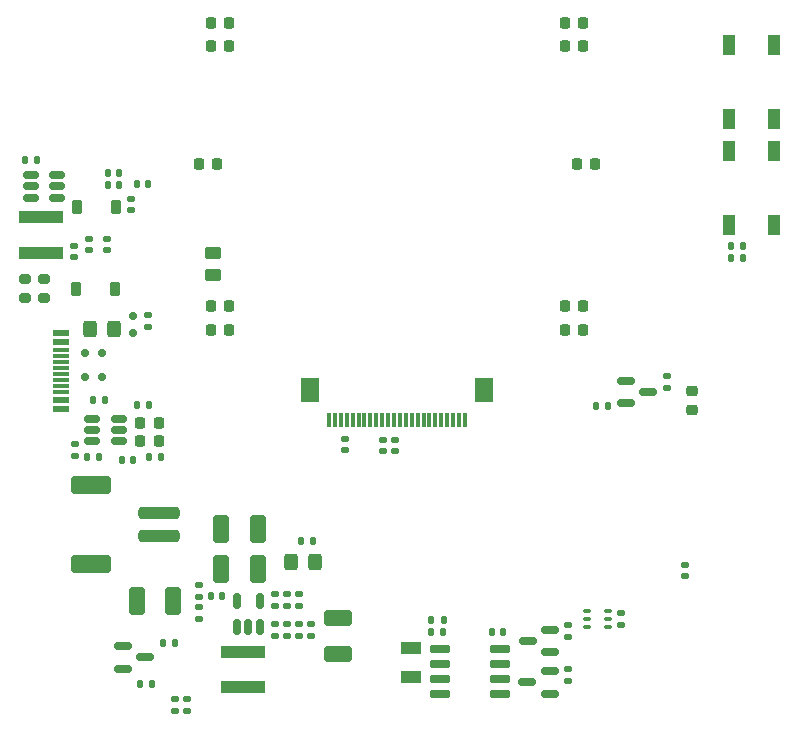
<source format=gtp>
%TF.GenerationSoftware,KiCad,Pcbnew,7.0.1*%
%TF.CreationDate,2023-05-20T22:45:57-07:00*%
%TF.ProjectId,ai-camera-rev3,61692d63-616d-4657-9261-2d726576332e,rev3*%
%TF.SameCoordinates,PX5a995c0PY2aea540*%
%TF.FileFunction,Paste,Top*%
%TF.FilePolarity,Positive*%
%FSLAX46Y46*%
G04 Gerber Fmt 4.6, Leading zero omitted, Abs format (unit mm)*
G04 Created by KiCad (PCBNEW 7.0.1) date 2023-05-20 22:45:57*
%MOMM*%
%LPD*%
G01*
G04 APERTURE LIST*
G04 Aperture macros list*
%AMRoundRect*
0 Rectangle with rounded corners*
0 $1 Rounding radius*
0 $2 $3 $4 $5 $6 $7 $8 $9 X,Y pos of 4 corners*
0 Add a 4 corners polygon primitive as box body*
4,1,4,$2,$3,$4,$5,$6,$7,$8,$9,$2,$3,0*
0 Add four circle primitives for the rounded corners*
1,1,$1+$1,$2,$3*
1,1,$1+$1,$4,$5*
1,1,$1+$1,$6,$7*
1,1,$1+$1,$8,$9*
0 Add four rect primitives between the rounded corners*
20,1,$1+$1,$2,$3,$4,$5,0*
20,1,$1+$1,$4,$5,$6,$7,0*
20,1,$1+$1,$6,$7,$8,$9,0*
20,1,$1+$1,$8,$9,$2,$3,0*%
G04 Aperture macros list end*
%ADD10RoundRect,0.140000X-0.140000X-0.170000X0.140000X-0.170000X0.140000X0.170000X-0.140000X0.170000X0*%
%ADD11RoundRect,0.075000X0.250000X0.075000X-0.250000X0.075000X-0.250000X-0.075000X0.250000X-0.075000X0*%
%ADD12RoundRect,0.150000X-0.725000X-0.150000X0.725000X-0.150000X0.725000X0.150000X-0.725000X0.150000X0*%
%ADD13R,3.700000X1.100000*%
%ADD14RoundRect,0.140000X-0.170000X0.140000X-0.170000X-0.140000X0.170000X-0.140000X0.170000X0.140000X0*%
%ADD15RoundRect,0.200000X0.275000X-0.200000X0.275000X0.200000X-0.275000X0.200000X-0.275000X-0.200000X0*%
%ADD16RoundRect,0.135000X0.135000X0.185000X-0.135000X0.185000X-0.135000X-0.185000X0.135000X-0.185000X0*%
%ADD17RoundRect,0.150000X-0.150000X-0.200000X0.150000X-0.200000X0.150000X0.200000X-0.150000X0.200000X0*%
%ADD18R,1.000000X1.700000*%
%ADD19R,1.800000X1.000000*%
%ADD20RoundRect,0.250000X-0.325000X-0.450000X0.325000X-0.450000X0.325000X0.450000X-0.325000X0.450000X0*%
%ADD21RoundRect,0.218750X0.256250X-0.218750X0.256250X0.218750X-0.256250X0.218750X-0.256250X-0.218750X0*%
%ADD22RoundRect,0.135000X-0.135000X-0.185000X0.135000X-0.185000X0.135000X0.185000X-0.135000X0.185000X0*%
%ADD23RoundRect,0.218750X-0.218750X-0.256250X0.218750X-0.256250X0.218750X0.256250X-0.218750X0.256250X0*%
%ADD24RoundRect,0.250000X0.412500X0.925000X-0.412500X0.925000X-0.412500X-0.925000X0.412500X-0.925000X0*%
%ADD25RoundRect,0.140000X0.170000X-0.140000X0.170000X0.140000X-0.170000X0.140000X-0.170000X-0.140000X0*%
%ADD26RoundRect,0.135000X0.185000X-0.135000X0.185000X0.135000X-0.185000X0.135000X-0.185000X-0.135000X0*%
%ADD27RoundRect,0.135000X-0.185000X0.135000X-0.185000X-0.135000X0.185000X-0.135000X0.185000X0.135000X0*%
%ADD28RoundRect,0.250000X-1.500000X0.250000X-1.500000X-0.250000X1.500000X-0.250000X1.500000X0.250000X0*%
%ADD29RoundRect,0.250001X-1.449999X0.499999X-1.449999X-0.499999X1.449999X-0.499999X1.449999X0.499999X0*%
%ADD30RoundRect,0.250000X0.325000X0.450000X-0.325000X0.450000X-0.325000X-0.450000X0.325000X-0.450000X0*%
%ADD31RoundRect,0.150000X0.512500X0.150000X-0.512500X0.150000X-0.512500X-0.150000X0.512500X-0.150000X0*%
%ADD32R,0.300000X1.300000*%
%ADD33R,1.600000X2.000000*%
%ADD34RoundRect,0.150000X0.587500X0.150000X-0.587500X0.150000X-0.587500X-0.150000X0.587500X-0.150000X0*%
%ADD35RoundRect,0.150000X-0.200000X0.150000X-0.200000X-0.150000X0.200000X-0.150000X0.200000X0.150000X0*%
%ADD36RoundRect,0.225000X0.225000X0.375000X-0.225000X0.375000X-0.225000X-0.375000X0.225000X-0.375000X0*%
%ADD37RoundRect,0.150000X0.150000X-0.512500X0.150000X0.512500X-0.150000X0.512500X-0.150000X-0.512500X0*%
%ADD38RoundRect,0.225000X-0.225000X-0.375000X0.225000X-0.375000X0.225000X0.375000X-0.225000X0.375000X0*%
%ADD39RoundRect,0.140000X0.140000X0.170000X-0.140000X0.170000X-0.140000X-0.170000X0.140000X-0.170000X0*%
%ADD40RoundRect,0.150000X-0.587500X-0.150000X0.587500X-0.150000X0.587500X0.150000X-0.587500X0.150000X0*%
%ADD41R,1.450000X0.600000*%
%ADD42R,1.450000X0.300000*%
%ADD43RoundRect,0.250000X0.925000X-0.412500X0.925000X0.412500X-0.925000X0.412500X-0.925000X-0.412500X0*%
%ADD44RoundRect,0.250000X0.450000X-0.262500X0.450000X0.262500X-0.450000X0.262500X-0.450000X-0.262500X0*%
G04 APERTURE END LIST*
D10*
X11712000Y-47000000D03*
X12672000Y-47000000D03*
D11*
X52900000Y-61150000D03*
X52900000Y-60500000D03*
X52900000Y-59850000D03*
X51100000Y-59850000D03*
X51100000Y-60500000D03*
X51100000Y-61150000D03*
D12*
X38605000Y-62995000D03*
X38605000Y-64265000D03*
X38605000Y-65535000D03*
X38605000Y-66805000D03*
X43755000Y-66805000D03*
X43755000Y-65535000D03*
X43755000Y-64265000D03*
X43755000Y-62995000D03*
D13*
X22000000Y-63250000D03*
X22000000Y-66250000D03*
D14*
X25654000Y-58406000D03*
X25654000Y-59366000D03*
D15*
X5100000Y-33325000D03*
X5100000Y-31675000D03*
D10*
X43040000Y-61620000D03*
X44000000Y-61620000D03*
D16*
X14260000Y-66020000D03*
X13240000Y-66020000D03*
D15*
X3500000Y-33325000D03*
X3500000Y-31675000D03*
D16*
X16200000Y-62530000D03*
X15180000Y-62530000D03*
D17*
X10007500Y-37970000D03*
X8607500Y-37970000D03*
D18*
X66900000Y-20850000D03*
X66900000Y-27150000D03*
X63100000Y-20850000D03*
X63100000Y-27150000D03*
D19*
X36220000Y-65430000D03*
X36220000Y-62930000D03*
D20*
X8975000Y-35930000D03*
X11025000Y-35930000D03*
D14*
X12450000Y-24905000D03*
X12450000Y-25865000D03*
D21*
X60000000Y-42787500D03*
X60000000Y-41212500D03*
D22*
X63250000Y-28890000D03*
X64270000Y-28890000D03*
D23*
X13248987Y-45459099D03*
X14823987Y-45459099D03*
X19212500Y-36000000D03*
X20787500Y-36000000D03*
D22*
X14040000Y-46750000D03*
X15060000Y-46750000D03*
D24*
X16075000Y-59000000D03*
X13000000Y-59000000D03*
D22*
X37910000Y-61620000D03*
X38930000Y-61620000D03*
D25*
X34798000Y-46261000D03*
X34798000Y-45301000D03*
D26*
X49500000Y-62010000D03*
X49500000Y-60990000D03*
D24*
X23212500Y-56250000D03*
X20137500Y-56250000D03*
D13*
X4850000Y-29490000D03*
X4850000Y-26490000D03*
D23*
X19212500Y-12000000D03*
X20787500Y-12000000D03*
D10*
X26900000Y-53900000D03*
X27860000Y-53900000D03*
D27*
X13920000Y-34750000D03*
X13920000Y-35770000D03*
D28*
X14850000Y-51500000D03*
X14850000Y-53500000D03*
D29*
X9100000Y-49150000D03*
X9100000Y-55850000D03*
D30*
X28075000Y-55670000D03*
X26025000Y-55670000D03*
D23*
X49212500Y-34000000D03*
X50787500Y-34000000D03*
D10*
X19250000Y-58550000D03*
X20210000Y-58550000D03*
D23*
X19212500Y-34000000D03*
X20787500Y-34000000D03*
D27*
X18270000Y-57570000D03*
X18270000Y-58590000D03*
D14*
X8910000Y-28320000D03*
X8910000Y-29280000D03*
D23*
X13261486Y-43859099D03*
X14836486Y-43859099D03*
D27*
X18260000Y-59500000D03*
X18260000Y-60520000D03*
D14*
X17200000Y-67300000D03*
X17200000Y-68260000D03*
D31*
X6247500Y-24820000D03*
X6247500Y-23870000D03*
X6247500Y-22920000D03*
X3972500Y-22920000D03*
X3972500Y-23870000D03*
X3972500Y-24820000D03*
D32*
X40750000Y-43600000D03*
X40250000Y-43600000D03*
X39750000Y-43600000D03*
X39250000Y-43600000D03*
X38750000Y-43600000D03*
X38250000Y-43600000D03*
X37750000Y-43600000D03*
X37250000Y-43600000D03*
X36750000Y-43600000D03*
X36250000Y-43600000D03*
X35750000Y-43600000D03*
X35250000Y-43600000D03*
X34750000Y-43600000D03*
X34250000Y-43600000D03*
X33750000Y-43600000D03*
X33250000Y-43600000D03*
X32750000Y-43600000D03*
X32250000Y-43600000D03*
X31750000Y-43600000D03*
X31250000Y-43600000D03*
X30750000Y-43600000D03*
X30250000Y-43600000D03*
X29750000Y-43600000D03*
X29250000Y-43600000D03*
D33*
X42400000Y-41120000D03*
X27600000Y-41120000D03*
D23*
X49212500Y-10000000D03*
X50787500Y-10000000D03*
D34*
X47927500Y-63290000D03*
X47927500Y-61390000D03*
X46052500Y-62340000D03*
D26*
X16200000Y-68310000D03*
X16200000Y-67290000D03*
D35*
X12630000Y-36270000D03*
X12630000Y-34870000D03*
D23*
X19212500Y-10000000D03*
X20787500Y-10000000D03*
D18*
X66900000Y-11850000D03*
X66900000Y-18150000D03*
X63100000Y-11850000D03*
X63100000Y-18150000D03*
D36*
X11220000Y-25600000D03*
X7920000Y-25600000D03*
D10*
X10520000Y-23750000D03*
X11480000Y-23750000D03*
D22*
X3480000Y-21620000D03*
X4500000Y-21620000D03*
D23*
X49212500Y-12000000D03*
X50787500Y-12000000D03*
D26*
X49500000Y-65760000D03*
X49500000Y-64740000D03*
D25*
X59410000Y-56880000D03*
X59410000Y-55920000D03*
D14*
X27686000Y-60946000D03*
X27686000Y-61906000D03*
X25654000Y-60946000D03*
X25654000Y-61906000D03*
D17*
X10007500Y-40030000D03*
X8607500Y-40030000D03*
D37*
X21462500Y-61200000D03*
X22412500Y-61200000D03*
X23362500Y-61200000D03*
X23362500Y-58925000D03*
X21462500Y-58925000D03*
D14*
X24638000Y-60946000D03*
X24638000Y-61906000D03*
D26*
X7725000Y-46710000D03*
X7725000Y-45690000D03*
D14*
X26670000Y-60946000D03*
X26670000Y-61906000D03*
D23*
X49212500Y-36000000D03*
X50787500Y-36000000D03*
D25*
X26670000Y-59366000D03*
X26670000Y-58406000D03*
D22*
X37920000Y-60590000D03*
X38940000Y-60590000D03*
D10*
X10520000Y-22750000D03*
X11480000Y-22750000D03*
D25*
X33782000Y-46261000D03*
X33782000Y-45301000D03*
D27*
X57830000Y-39940000D03*
X57830000Y-40960000D03*
D25*
X54000000Y-60980000D03*
X54000000Y-60020000D03*
D23*
X50212500Y-22000000D03*
X51787500Y-22000000D03*
D38*
X7790000Y-32530000D03*
X11090000Y-32530000D03*
D22*
X13013986Y-42409099D03*
X14033986Y-42409099D03*
D39*
X10255000Y-41975000D03*
X9295000Y-41975000D03*
D22*
X8715000Y-46750000D03*
X9735000Y-46750000D03*
D23*
X18212500Y-22000000D03*
X19787500Y-22000000D03*
D40*
X54380000Y-40300000D03*
X54380000Y-42200000D03*
X56255000Y-41250000D03*
D41*
X6545000Y-36250000D03*
X6545000Y-37050000D03*
D42*
X6545000Y-38250000D03*
X6545000Y-39250000D03*
X6545000Y-39750000D03*
X6545000Y-40750000D03*
D41*
X6545000Y-41950000D03*
X6545000Y-42750000D03*
X6545000Y-42750000D03*
X6545000Y-41950000D03*
D42*
X6545000Y-41250000D03*
X6545000Y-40250000D03*
X6545000Y-38750000D03*
X6545000Y-37750000D03*
D41*
X6545000Y-37050000D03*
X6545000Y-36250000D03*
D25*
X10490000Y-29285000D03*
X10490000Y-28325000D03*
D16*
X52830000Y-42470000D03*
X51810000Y-42470000D03*
D25*
X24638000Y-59366000D03*
X24638000Y-58406000D03*
D40*
X11832500Y-62790000D03*
X11832500Y-64690000D03*
X13707500Y-63740000D03*
D22*
X63250000Y-29900000D03*
X64270000Y-29900000D03*
D25*
X30607000Y-46221000D03*
X30607000Y-45261000D03*
D34*
X47917500Y-66800000D03*
X47917500Y-64900000D03*
X46042500Y-65850000D03*
D43*
X29972000Y-63471500D03*
X29972000Y-60396500D03*
D31*
X11475000Y-45449999D03*
X11475000Y-44499999D03*
X11475000Y-43549999D03*
X9200000Y-43549999D03*
X9200000Y-44499999D03*
X9200000Y-45449999D03*
D44*
X19440000Y-31332500D03*
X19440000Y-29507500D03*
D24*
X23212500Y-52875001D03*
X20137500Y-52875001D03*
D14*
X7630000Y-28890000D03*
X7630000Y-29850000D03*
D39*
X13950000Y-23630000D03*
X12990000Y-23630000D03*
M02*

</source>
